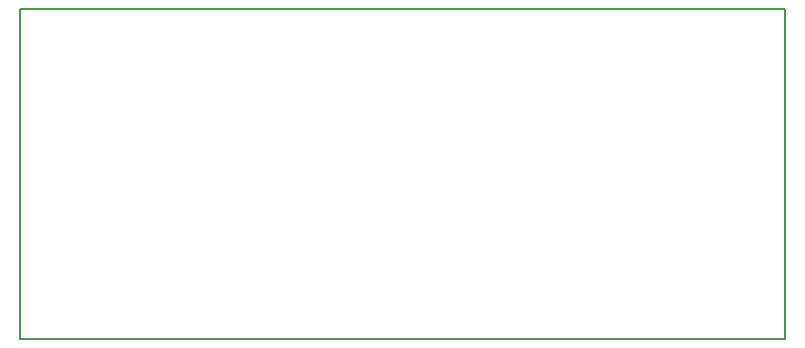
<source format=gbr>
G04 #@! TF.FileFunction,Profile,NP*
%FSLAX46Y46*%
G04 Gerber Fmt 4.6, Leading zero omitted, Abs format (unit mm)*
G04 Created by KiCad (PCBNEW 4.0.6-e0-6349~53~ubuntu16.04.1) date Mon Apr 24 16:30:31 2017*
%MOMM*%
%LPD*%
G01*
G04 APERTURE LIST*
%ADD10C,0.100000*%
%ADD11C,0.150000*%
G04 APERTURE END LIST*
D10*
D11*
X118110000Y-105410000D02*
X182880000Y-105410000D01*
X182880000Y-133350000D02*
X118110000Y-133350000D01*
X182880000Y-133350000D02*
X182880000Y-105410000D01*
X118110000Y-105410000D02*
X118110000Y-133350000D01*
M02*

</source>
